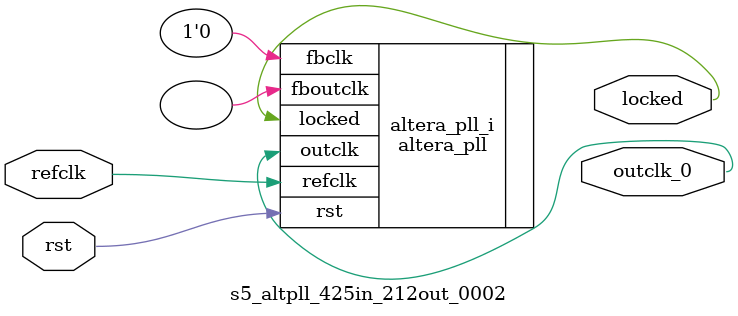
<source format=v>
`timescale 1ns/10ps
module  s5_altpll_425in_212out_0002(

	// interface 'refclk'
	input wire refclk,

	// interface 'reset'
	input wire rst,

	// interface 'outclk0'
	output wire outclk_0,

	// interface 'locked'
	output wire locked
);

	altera_pll #(
		.fractional_vco_multiplier("false"),
		.reference_clock_frequency("425.0 MHz"),
		.operation_mode("normal"),
		.number_of_clocks(1),
		.output_clock_frequency0("212.500000 MHz"),
		.phase_shift0("0 ps"),
		.duty_cycle0(50),
		.output_clock_frequency1("0 MHz"),
		.phase_shift1("0 ps"),
		.duty_cycle1(50),
		.output_clock_frequency2("0 MHz"),
		.phase_shift2("0 ps"),
		.duty_cycle2(50),
		.output_clock_frequency3("0 MHz"),
		.phase_shift3("0 ps"),
		.duty_cycle3(50),
		.output_clock_frequency4("0 MHz"),
		.phase_shift4("0 ps"),
		.duty_cycle4(50),
		.output_clock_frequency5("0 MHz"),
		.phase_shift5("0 ps"),
		.duty_cycle5(50),
		.output_clock_frequency6("0 MHz"),
		.phase_shift6("0 ps"),
		.duty_cycle6(50),
		.output_clock_frequency7("0 MHz"),
		.phase_shift7("0 ps"),
		.duty_cycle7(50),
		.output_clock_frequency8("0 MHz"),
		.phase_shift8("0 ps"),
		.duty_cycle8(50),
		.output_clock_frequency9("0 MHz"),
		.phase_shift9("0 ps"),
		.duty_cycle9(50),
		.output_clock_frequency10("0 MHz"),
		.phase_shift10("0 ps"),
		.duty_cycle10(50),
		.output_clock_frequency11("0 MHz"),
		.phase_shift11("0 ps"),
		.duty_cycle11(50),
		.output_clock_frequency12("0 MHz"),
		.phase_shift12("0 ps"),
		.duty_cycle12(50),
		.output_clock_frequency13("0 MHz"),
		.phase_shift13("0 ps"),
		.duty_cycle13(50),
		.output_clock_frequency14("0 MHz"),
		.phase_shift14("0 ps"),
		.duty_cycle14(50),
		.output_clock_frequency15("0 MHz"),
		.phase_shift15("0 ps"),
		.duty_cycle15(50),
		.output_clock_frequency16("0 MHz"),
		.phase_shift16("0 ps"),
		.duty_cycle16(50),
		.output_clock_frequency17("0 MHz"),
		.phase_shift17("0 ps"),
		.duty_cycle17(50),
		.pll_type("General"),
		.pll_subtype("General")
	) altera_pll_i (
		.rst	(rst),
		.outclk	({outclk_0}),
		.locked	(locked),
		.fboutclk	( ),
		.fbclk	(1'b0),
		.refclk	(refclk)
	);
endmodule


</source>
